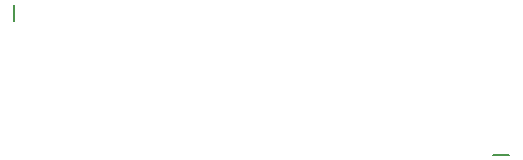
<source format=gbr>
G04 EAGLE Gerber X2 export*
%TF.Part,Single*%
%TF.FileFunction,Legend,Bot,1*%
%TF.FilePolarity,Positive*%
%TF.GenerationSoftware,Autodesk,EAGLE,9.0.1*%
%TF.CreationDate,2018-06-21T21:19:49Z*%
G75*
%MOMM*%
%FSLAX34Y34*%
%LPD*%
%AMOC8*
5,1,8,0,0,1.08239X$1,22.5*%
G01*
%ADD10C,0.203200*%


D10*
X592176Y286868D02*
X606146Y286868D01*
X186690Y400050D02*
X186690Y414020D01*
M02*

</source>
